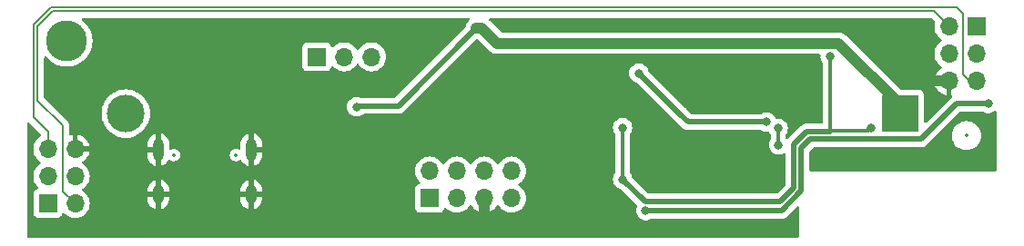
<source format=gbr>
G04 #@! TF.GenerationSoftware,KiCad,Pcbnew,7.0.2-6a45011f42~172~ubuntu22.04.1*
G04 #@! TF.CreationDate,2023-07-06T23:31:07+02:00*
G04 #@! TF.ProjectId,VR-Stick,56522d53-7469-4636-9b2e-6b696361645f,rev?*
G04 #@! TF.SameCoordinates,Original*
G04 #@! TF.FileFunction,Copper,L2,Bot*
G04 #@! TF.FilePolarity,Positive*
%FSLAX46Y46*%
G04 Gerber Fmt 4.6, Leading zero omitted, Abs format (unit mm)*
G04 Created by KiCad (PCBNEW 7.0.2-6a45011f42~172~ubuntu22.04.1) date 2023-07-06 23:31:07*
%MOMM*%
%LPD*%
G01*
G04 APERTURE LIST*
G04 #@! TA.AperFunction,ComponentPad*
%ADD10R,1.700000X1.700000*%
G04 #@! TD*
G04 #@! TA.AperFunction,ComponentPad*
%ADD11O,1.700000X1.700000*%
G04 #@! TD*
G04 #@! TA.AperFunction,ComponentPad*
%ADD12O,1.000000X2.100000*%
G04 #@! TD*
G04 #@! TA.AperFunction,ComponentPad*
%ADD13O,1.000000X1.800000*%
G04 #@! TD*
G04 #@! TA.AperFunction,ComponentPad*
%ADD14C,2.600000*%
G04 #@! TD*
G04 #@! TA.AperFunction,ConnectorPad*
%ADD15C,3.800000*%
G04 #@! TD*
G04 #@! TA.AperFunction,ComponentPad*
%ADD16R,3.500000X3.500000*%
G04 #@! TD*
G04 #@! TA.AperFunction,ComponentPad*
%ADD17C,3.500000*%
G04 #@! TD*
G04 #@! TA.AperFunction,ViaPad*
%ADD18C,0.800000*%
G04 #@! TD*
G04 #@! TA.AperFunction,Conductor*
%ADD19C,1.000000*%
G04 #@! TD*
G04 #@! TA.AperFunction,Conductor*
%ADD20C,0.500000*%
G04 #@! TD*
G04 #@! TA.AperFunction,Conductor*
%ADD21C,0.320000*%
G04 #@! TD*
G04 #@! TA.AperFunction,Conductor*
%ADD22C,0.200000*%
G04 #@! TD*
%ADD23C,0.350000*%
%ADD24O,0.600000X1.700000*%
%ADD25O,0.600000X1.400000*%
G04 APERTURE END LIST*
D10*
G04 #@! TO.P,SW2,1*
G04 #@! TO.N,/B+*
X45974000Y-23114000D03*
D11*
G04 #@! TO.P,SW2,2*
G04 #@! TO.N,Net-(C9-Pad2)*
X48514000Y-23114000D03*
G04 #@! TO.P,SW2,3*
G04 #@! TO.N,N/C*
X51054000Y-23114000D03*
G04 #@! TD*
D10*
G04 #@! TO.P,J2,1,Pin_1*
G04 #@! TO.N,/RX*
X56464200Y-36310400D03*
D11*
G04 #@! TO.P,J2,2,Pin_2*
G04 #@! TO.N,unconnected-(J2-Pin_2-Pad2)*
X56464200Y-33770400D03*
G04 #@! TO.P,J2,3,Pin_3*
G04 #@! TO.N,unconnected-(J2-Pin_3-Pad3)*
X59004200Y-36310400D03*
G04 #@! TO.P,J2,4,Pin_4*
G04 #@! TO.N,unconnected-(J2-Pin_4-Pad4)*
X59004200Y-33770400D03*
G04 #@! TO.P,J2,5,Pin_5*
G04 #@! TO.N,GND*
X61544200Y-36310400D03*
G04 #@! TO.P,J2,6,Pin_6*
G04 #@! TO.N,unconnected-(J2-Pin_6-Pad6)*
X61544200Y-33770400D03*
G04 #@! TO.P,J2,7,Pin_7*
G04 #@! TO.N,unconnected-(J2-Pin_7-Pad7)*
X64084200Y-36310400D03*
G04 #@! TO.P,J2,8,Pin_8*
G04 #@! TO.N,/TX*
X64084200Y-33770400D03*
G04 #@! TD*
D12*
G04 #@! TO.P,J6,S1,SHIELD*
G04 #@! TO.N,GND*
X31240000Y-31783000D03*
D13*
X31240000Y-35963000D03*
D12*
X39880000Y-31783000D03*
D13*
X39880000Y-35963000D03*
G04 #@! TD*
D14*
G04 #@! TO.P,REF\u002A\u002A,1*
G04 #@! TO.N,N/C*
X22707600Y-21629200D03*
D15*
X22707600Y-21629200D03*
G04 #@! TD*
D16*
G04 #@! TO.P,J4,1,Pin_1*
G04 #@! TO.N,/B+*
X100203000Y-28411000D03*
D17*
G04 #@! TO.P,J4,2,Pin_2*
G04 #@! TO.N,-BATT*
X28203000Y-28411000D03*
G04 #@! TD*
D10*
G04 #@! TO.P,J1,1,Pin_1*
G04 #@! TO.N,VBUS*
X107315000Y-20283000D03*
D11*
G04 #@! TO.P,J1,2,Pin_2*
G04 #@! TO.N,/SD0*
X104775000Y-20283000D03*
G04 #@! TO.P,J1,3,Pin_3*
G04 #@! TO.N,unconnected-(J1-Pin_3-Pad3)*
X107315000Y-22823000D03*
G04 #@! TO.P,J1,4,Pin_4*
G04 #@! TO.N,unconnected-(J1-Pin_4-Pad4)*
X104775000Y-22823000D03*
G04 #@! TO.P,J1,5,Pin_5*
G04 #@! TO.N,/SC0*
X107315000Y-25363000D03*
G04 #@! TO.P,J1,6,Pin_6*
G04 #@! TO.N,GND*
X104775000Y-25363000D03*
G04 #@! TD*
D10*
G04 #@! TO.P,J3,1,Pin_1*
G04 #@! TO.N,VBUS*
X20955000Y-36793000D03*
D11*
G04 #@! TO.P,J3,2,Pin_2*
G04 #@! TO.N,/SD0*
X23495000Y-36793000D03*
G04 #@! TO.P,J3,3,Pin_3*
G04 #@! TO.N,unconnected-(J3-Pin_3-Pad3)*
X20955000Y-34253000D03*
G04 #@! TO.P,J3,4,Pin_4*
G04 #@! TO.N,unconnected-(J3-Pin_4-Pad4)*
X23495000Y-34253000D03*
G04 #@! TO.P,J3,5,Pin_5*
G04 #@! TO.N,/SC0*
X20955000Y-31713000D03*
G04 #@! TO.P,J3,6,Pin_6*
G04 #@! TO.N,GND*
X23495000Y-31713000D03*
G04 #@! TD*
D18*
G04 #@! TO.N,GND*
X92710000Y-32766000D03*
X85598000Y-39116000D03*
X42945657Y-27959657D03*
X96520000Y-32258000D03*
X102285800Y-22797600D03*
X78994000Y-23622000D03*
X90869500Y-24321500D03*
X60344250Y-28448000D03*
G04 #@! TO.N,+3V3*
X74422000Y-29718000D03*
X74422000Y-34544000D03*
X93731122Y-23108878D03*
X97536000Y-29718000D03*
G04 #@! TO.N,/RST*
X88900000Y-29796800D03*
X88925400Y-31327500D03*
G04 #@! TO.N,VBUS*
X108432600Y-27471200D03*
X76573800Y-37464700D03*
G04 #@! TO.N,/B+*
X49691312Y-27778688D03*
X60814500Y-20428500D03*
G04 #@! TO.N,/CTRL*
X75930000Y-24638000D03*
X87799429Y-29198400D03*
G04 #@! TD*
D19*
G04 #@! TO.N,GND*
X104775000Y-25363000D02*
X103341000Y-25363000D01*
X61544200Y-38277800D02*
X61468000Y-38354000D01*
X61544200Y-36310400D02*
X61544200Y-38277800D01*
X103341000Y-25363000D02*
X103124000Y-25146000D01*
D20*
G04 #@! TO.N,+3V3*
X91556451Y-30098600D02*
X90347800Y-31307250D01*
D21*
X93726000Y-23114000D02*
X93731122Y-23108878D01*
X97536000Y-29718000D02*
X97282000Y-29972000D01*
D20*
X90347800Y-31307250D02*
X90347800Y-35345200D01*
X89077800Y-36615200D02*
X76493200Y-36615200D01*
D21*
X93726000Y-30098600D02*
X93726000Y-23114000D01*
X74422000Y-29718000D02*
X74422000Y-34544000D01*
D20*
X74422000Y-34544000D02*
X76493200Y-36615200D01*
D21*
X97282000Y-29972000D02*
X93852600Y-29972000D01*
D20*
X90347800Y-35345200D02*
X89077800Y-36615200D01*
D21*
X93852600Y-29972000D02*
X93726000Y-30098600D01*
D20*
X93726000Y-30098600D02*
X91556451Y-30098600D01*
D21*
G04 #@! TO.N,/RST*
X88900000Y-31302100D02*
X88925400Y-31327500D01*
X88900000Y-29796800D02*
X88900000Y-31302100D01*
D20*
G04 #@! TO.N,VBUS*
X91047800Y-31597200D02*
X91047800Y-35635150D01*
X91846400Y-30798600D02*
X91047800Y-31597200D01*
X91047800Y-35635150D02*
X89218250Y-37464700D01*
X108432600Y-27471200D02*
X105511600Y-27471200D01*
X102184200Y-30798600D02*
X91846400Y-30798600D01*
X105511600Y-27471200D02*
X102184200Y-30798600D01*
X89218250Y-37464700D02*
X76573800Y-37464700D01*
D22*
G04 #@! TO.N,/SD0*
X103370000Y-18878000D02*
X21427086Y-18878000D01*
X20008800Y-27191800D02*
X22345000Y-29528000D01*
X22345000Y-35643000D02*
X23495000Y-36793000D01*
X104775000Y-20283000D02*
X103370000Y-18878000D01*
X22345000Y-29528000D02*
X22345000Y-35643000D01*
X21427086Y-18878000D02*
X20008800Y-20296286D01*
X20008800Y-20296286D02*
X20008800Y-27191800D01*
G04 #@! TO.N,/SC0*
X21261400Y-18478000D02*
X105460000Y-18478000D01*
X105460000Y-18478000D02*
X106045000Y-19063000D01*
X19608800Y-28752800D02*
X19608800Y-20130600D01*
X20955000Y-30099000D02*
X19608800Y-28752800D01*
X106680000Y-25363000D02*
X107315000Y-25363000D01*
X20955000Y-31713000D02*
X20955000Y-30099000D01*
X106045000Y-19063000D02*
X106045000Y-24728000D01*
X106045000Y-24728000D02*
X106680000Y-25363000D01*
X19608800Y-20130600D02*
X21261400Y-18478000D01*
D19*
G04 #@! TO.N,/B+*
X100203000Y-27559000D02*
X100203000Y-28411000D01*
X94488000Y-21844000D02*
X100203000Y-27559000D01*
D20*
X49691312Y-27778688D02*
X49784000Y-27686000D01*
X53557000Y-27686000D02*
X60814500Y-20428500D01*
D19*
X61322500Y-20428500D02*
X62738000Y-21844000D01*
X62738000Y-21844000D02*
X94488000Y-21844000D01*
D20*
X49784000Y-27686000D02*
X53557000Y-27686000D01*
D19*
X60814500Y-20428500D02*
X61322500Y-20428500D01*
D20*
G04 #@! TO.N,/CTRL*
X79740000Y-28448000D02*
X75930000Y-24638000D01*
X87799429Y-29198400D02*
X80506400Y-29198400D01*
X80506400Y-29198400D02*
X79756000Y-28448000D01*
X79756000Y-28448000D02*
X79740000Y-28448000D01*
G04 #@! TD*
G04 #@! TA.AperFunction,Conductor*
G04 #@! TO.N,GND*
G36*
X60117359Y-19498185D02*
G01*
X60163114Y-19550989D01*
X60173058Y-19620147D01*
X60144033Y-19683703D01*
X60131096Y-19696580D01*
X60092132Y-19730031D01*
X60085604Y-19735635D01*
X59961051Y-19896542D01*
X59871440Y-20079227D01*
X59820437Y-20276216D01*
X59818314Y-20318077D01*
X59795259Y-20384034D01*
X59782154Y-20399477D01*
X53282451Y-26899181D01*
X53221128Y-26932666D01*
X53194770Y-26935500D01*
X50037802Y-26935500D01*
X49987365Y-26924779D01*
X49977606Y-26920434D01*
X49971111Y-26917542D01*
X49785960Y-26878188D01*
X49785958Y-26878188D01*
X49596666Y-26878188D01*
X49596664Y-26878188D01*
X49411509Y-26917543D01*
X49238581Y-26994536D01*
X49085441Y-27105798D01*
X48958778Y-27246471D01*
X48864132Y-27410403D01*
X48805638Y-27590430D01*
X48785852Y-27778688D01*
X48805638Y-27966945D01*
X48864132Y-28146972D01*
X48958778Y-28310904D01*
X49085441Y-28451577D01*
X49238581Y-28562839D01*
X49411509Y-28639832D01*
X49596664Y-28679188D01*
X49596666Y-28679188D01*
X49785960Y-28679188D01*
X49909395Y-28652950D01*
X49971115Y-28639832D01*
X50144042Y-28562839D01*
X50285338Y-28460181D01*
X50351144Y-28436702D01*
X50358223Y-28436500D01*
X53493294Y-28436500D01*
X53511264Y-28437809D01*
X53515320Y-28438402D01*
X53535023Y-28441289D01*
X53584368Y-28436972D01*
X53595176Y-28436500D01*
X53597100Y-28436500D01*
X53600709Y-28436500D01*
X53631550Y-28432894D01*
X53635031Y-28432539D01*
X53709797Y-28425999D01*
X53709797Y-28425998D01*
X53711052Y-28425889D01*
X53730062Y-28421674D01*
X53731250Y-28421241D01*
X53731255Y-28421241D01*
X53801820Y-28395557D01*
X53805095Y-28394419D01*
X53876334Y-28370814D01*
X53876336Y-28370812D01*
X53877536Y-28370415D01*
X53895063Y-28361929D01*
X53896112Y-28361238D01*
X53896117Y-28361237D01*
X53958806Y-28320005D01*
X53961798Y-28318099D01*
X54025656Y-28278712D01*
X54025656Y-28278711D01*
X54026729Y-28278050D01*
X54041824Y-28265753D01*
X54042692Y-28264832D01*
X54042696Y-28264830D01*
X54094184Y-28210254D01*
X54096630Y-28207736D01*
X60804044Y-21500323D01*
X60865365Y-21466840D01*
X60935057Y-21471824D01*
X60979404Y-21500325D01*
X62020450Y-22541371D01*
X62022643Y-22543620D01*
X62082940Y-22607052D01*
X62131352Y-22640748D01*
X62138876Y-22646421D01*
X62184594Y-22683699D01*
X62211555Y-22697782D01*
X62224980Y-22705915D01*
X62249951Y-22723295D01*
X62304163Y-22746559D01*
X62312673Y-22750601D01*
X62364951Y-22777909D01*
X62394200Y-22786277D01*
X62408970Y-22791535D01*
X62436942Y-22803540D01*
X62436945Y-22803540D01*
X62436946Y-22803541D01*
X62494726Y-22815414D01*
X62503869Y-22817657D01*
X62560582Y-22833886D01*
X62590920Y-22836196D01*
X62606448Y-22838373D01*
X62636259Y-22844500D01*
X62695244Y-22844500D01*
X62704659Y-22844858D01*
X62708806Y-22845173D01*
X62763476Y-22849337D01*
X62790278Y-22845923D01*
X62793652Y-22845494D01*
X62809317Y-22844500D01*
X92715733Y-22844500D01*
X92782772Y-22864185D01*
X92828527Y-22916989D01*
X92839053Y-22981459D01*
X92829374Y-23073556D01*
X92825662Y-23108877D01*
X92845448Y-23297135D01*
X92903942Y-23477162D01*
X92930593Y-23523322D01*
X92998589Y-23641094D01*
X93033649Y-23680031D01*
X93063879Y-23743022D01*
X93065500Y-23763004D01*
X93065500Y-29224100D01*
X93045815Y-29291139D01*
X92993011Y-29336894D01*
X92941500Y-29348100D01*
X91620157Y-29348100D01*
X91602187Y-29346791D01*
X91588304Y-29344757D01*
X91578428Y-29343311D01*
X91578427Y-29343311D01*
X91529082Y-29347628D01*
X91518275Y-29348100D01*
X91512742Y-29348100D01*
X91509181Y-29348516D01*
X91509166Y-29348517D01*
X91481952Y-29351698D01*
X91478367Y-29352064D01*
X91402412Y-29358709D01*
X91383372Y-29362930D01*
X91311683Y-29389021D01*
X91308282Y-29390203D01*
X91235925Y-29414180D01*
X91218378Y-29422675D01*
X91154672Y-29464575D01*
X91151632Y-29466512D01*
X91086731Y-29506544D01*
X91071616Y-29518856D01*
X91019283Y-29574325D01*
X91016771Y-29576911D01*
X89862162Y-30731519D01*
X89848532Y-30743299D01*
X89829270Y-30757640D01*
X89824830Y-30762932D01*
X89821960Y-30766352D01*
X89763787Y-30805053D01*
X89693927Y-30806160D01*
X89634822Y-30769616D01*
X89592350Y-30722446D01*
X89562120Y-30659455D01*
X89560500Y-30639474D01*
X89560500Y-30456616D01*
X89580185Y-30389577D01*
X89592350Y-30373643D01*
X89593164Y-30372739D01*
X89632533Y-30329016D01*
X89642695Y-30311416D01*
X89727179Y-30165084D01*
X89748651Y-30099000D01*
X89785674Y-29985056D01*
X89805460Y-29796800D01*
X89785674Y-29608544D01*
X89739219Y-29465571D01*
X89727179Y-29428515D01*
X89632533Y-29264583D01*
X89505870Y-29123910D01*
X89352730Y-29012648D01*
X89179802Y-28935655D01*
X88994648Y-28896300D01*
X88994646Y-28896300D01*
X88805354Y-28896300D01*
X88767479Y-28904350D01*
X88697812Y-28899032D01*
X88642079Y-28856895D01*
X88633870Y-28840972D01*
X88633125Y-28841403D01*
X88531962Y-28666183D01*
X88405299Y-28525510D01*
X88252159Y-28414248D01*
X88079231Y-28337255D01*
X87894077Y-28297900D01*
X87894075Y-28297900D01*
X87704783Y-28297900D01*
X87704781Y-28297900D01*
X87519626Y-28337255D01*
X87346700Y-28414247D01*
X87332979Y-28424217D01*
X87267173Y-28447698D01*
X87260092Y-28447900D01*
X80868629Y-28447900D01*
X80801590Y-28428215D01*
X80780948Y-28411581D01*
X80567426Y-28198059D01*
X80331728Y-27962360D01*
X80319946Y-27948727D01*
X80305609Y-27929469D01*
X80267666Y-27897631D01*
X80259691Y-27890323D01*
X80258329Y-27888961D01*
X80255777Y-27886409D01*
X80252947Y-27884171D01*
X80231442Y-27867167D01*
X80228647Y-27864890D01*
X80188569Y-27831261D01*
X80171214Y-27816698D01*
X80171212Y-27816697D01*
X80168222Y-27814188D01*
X80160246Y-27806879D01*
X76842771Y-24489403D01*
X76812521Y-24440040D01*
X76757179Y-24269715D01*
X76662533Y-24105783D01*
X76535870Y-23965110D01*
X76382730Y-23853848D01*
X76209802Y-23776855D01*
X76024648Y-23737500D01*
X76024646Y-23737500D01*
X75835354Y-23737500D01*
X75835352Y-23737500D01*
X75650197Y-23776855D01*
X75477269Y-23853848D01*
X75324129Y-23965110D01*
X75197466Y-24105783D01*
X75102820Y-24269715D01*
X75044326Y-24449742D01*
X75024540Y-24637999D01*
X75044326Y-24826257D01*
X75102820Y-25006284D01*
X75197466Y-25170216D01*
X75324129Y-25310889D01*
X75477269Y-25422151D01*
X75650193Y-25499143D01*
X75650196Y-25499143D01*
X75650197Y-25499144D01*
X75715329Y-25512987D01*
X75776808Y-25546178D01*
X75777228Y-25546596D01*
X79164267Y-28933634D01*
X79176048Y-28947266D01*
X79190389Y-28966529D01*
X79228339Y-28998373D01*
X79236314Y-29005681D01*
X79240224Y-29009591D01*
X79244091Y-29012649D01*
X79264541Y-29028818D01*
X79267304Y-29031069D01*
X79324786Y-29079302D01*
X79327774Y-29081809D01*
X79335749Y-29089117D01*
X79930669Y-29684037D01*
X79942451Y-29697670D01*
X79956790Y-29716931D01*
X79994738Y-29748773D01*
X80002713Y-29756081D01*
X80006623Y-29759991D01*
X80030956Y-29779230D01*
X80033735Y-29781495D01*
X80092152Y-29830513D01*
X80108579Y-29840978D01*
X80177720Y-29873219D01*
X80180967Y-29874791D01*
X80249099Y-29909009D01*
X80267487Y-29915400D01*
X80268723Y-29915655D01*
X80268727Y-29915657D01*
X80342295Y-29930847D01*
X80345642Y-29931589D01*
X80418679Y-29948900D01*
X80418681Y-29948900D01*
X80419909Y-29949191D01*
X80439278Y-29951170D01*
X80440540Y-29951133D01*
X80440544Y-29951134D01*
X80512933Y-29949027D01*
X80515531Y-29948952D01*
X80519137Y-29948900D01*
X87260092Y-29948900D01*
X87327131Y-29968585D01*
X87332979Y-29972583D01*
X87346700Y-29982552D01*
X87519626Y-30059544D01*
X87704781Y-30098900D01*
X87704783Y-30098900D01*
X87894072Y-30098900D01*
X87894075Y-30098900D01*
X87931949Y-30090849D01*
X88001611Y-30096164D01*
X88057346Y-30138299D01*
X88065558Y-30154227D01*
X88066304Y-30153797D01*
X88167464Y-30329013D01*
X88167467Y-30329016D01*
X88197091Y-30361917D01*
X88207650Y-30373643D01*
X88237880Y-30436635D01*
X88239500Y-30456616D01*
X88239500Y-30695893D01*
X88219815Y-30762932D01*
X88207652Y-30778863D01*
X88192866Y-30795284D01*
X88098220Y-30959215D01*
X88039726Y-31139242D01*
X88019940Y-31327500D01*
X88039726Y-31515757D01*
X88098220Y-31695784D01*
X88192866Y-31859716D01*
X88319529Y-32000389D01*
X88472669Y-32111651D01*
X88645597Y-32188644D01*
X88830752Y-32228000D01*
X88830754Y-32228000D01*
X89020048Y-32228000D01*
X89143483Y-32201762D01*
X89205203Y-32188644D01*
X89378130Y-32111651D01*
X89378129Y-32111651D01*
X89400415Y-32095461D01*
X89466221Y-32071981D01*
X89534275Y-32087806D01*
X89582970Y-32137912D01*
X89597300Y-32195779D01*
X89597300Y-34982969D01*
X89577615Y-35050008D01*
X89560981Y-35070650D01*
X88803251Y-35828381D01*
X88741928Y-35861866D01*
X88715570Y-35864700D01*
X76855430Y-35864700D01*
X76788391Y-35845015D01*
X76767749Y-35828381D01*
X75334771Y-34395403D01*
X75304521Y-34346040D01*
X75249179Y-34175715D01*
X75154533Y-34011783D01*
X75114350Y-33967155D01*
X75084120Y-33904163D01*
X75082500Y-33884183D01*
X75082500Y-30377816D01*
X75102185Y-30310777D01*
X75114350Y-30294843D01*
X75154533Y-30250216D01*
X75164478Y-30232992D01*
X75249179Y-30086284D01*
X75274475Y-30008431D01*
X75307674Y-29906256D01*
X75327460Y-29718000D01*
X75307674Y-29529744D01*
X75249179Y-29349716D01*
X75249179Y-29349715D01*
X75154533Y-29185783D01*
X75027870Y-29045110D01*
X74874730Y-28933848D01*
X74701802Y-28856855D01*
X74516648Y-28817500D01*
X74516646Y-28817500D01*
X74327354Y-28817500D01*
X74327352Y-28817500D01*
X74142197Y-28856855D01*
X73969269Y-28933848D01*
X73816129Y-29045110D01*
X73689466Y-29185783D01*
X73594820Y-29349715D01*
X73536326Y-29529742D01*
X73519438Y-29690427D01*
X73516540Y-29718000D01*
X73524167Y-29790570D01*
X73536326Y-29906257D01*
X73594820Y-30086284D01*
X73689464Y-30250213D01*
X73729650Y-30294843D01*
X73759880Y-30357835D01*
X73761500Y-30377816D01*
X73761500Y-33884183D01*
X73741815Y-33951222D01*
X73729650Y-33967155D01*
X73689466Y-34011783D01*
X73594820Y-34175715D01*
X73536326Y-34355742D01*
X73516540Y-34543999D01*
X73536326Y-34732257D01*
X73594820Y-34912284D01*
X73689466Y-35076216D01*
X73816129Y-35216889D01*
X73969269Y-35328151D01*
X74142193Y-35405143D01*
X74142196Y-35405143D01*
X74142197Y-35405144D01*
X74207329Y-35418987D01*
X74268808Y-35452178D01*
X74269228Y-35452596D01*
X75021125Y-36204493D01*
X75740257Y-36923624D01*
X75773742Y-36984947D01*
X75768758Y-37054639D01*
X75759964Y-37073303D01*
X75746621Y-37096414D01*
X75688126Y-37276442D01*
X75668340Y-37464700D01*
X75688126Y-37652957D01*
X75746620Y-37832984D01*
X75841266Y-37996916D01*
X75967929Y-38137589D01*
X76121069Y-38248851D01*
X76293997Y-38325844D01*
X76479152Y-38365200D01*
X76479154Y-38365200D01*
X76668448Y-38365200D01*
X76791883Y-38338962D01*
X76853603Y-38325844D01*
X77026530Y-38248851D01*
X77040249Y-38238883D01*
X77106056Y-38215402D01*
X77113137Y-38215200D01*
X89154544Y-38215200D01*
X89172514Y-38216509D01*
X89176570Y-38217102D01*
X89196273Y-38219989D01*
X89245618Y-38215672D01*
X89256426Y-38215200D01*
X89258350Y-38215200D01*
X89261959Y-38215200D01*
X89292800Y-38211594D01*
X89296281Y-38211239D01*
X89371047Y-38204699D01*
X89371047Y-38204698D01*
X89372302Y-38204589D01*
X89391312Y-38200374D01*
X89392500Y-38199941D01*
X89392505Y-38199941D01*
X89463070Y-38174257D01*
X89466345Y-38173119D01*
X89537584Y-38149514D01*
X89537586Y-38149512D01*
X89538786Y-38149115D01*
X89556313Y-38140629D01*
X89557362Y-38139938D01*
X89557367Y-38139937D01*
X89620056Y-38098705D01*
X89623048Y-38096799D01*
X89686906Y-38057412D01*
X89686906Y-38057411D01*
X89687979Y-38056750D01*
X89703074Y-38044453D01*
X89703942Y-38043532D01*
X89703946Y-38043530D01*
X89755435Y-37988953D01*
X89757881Y-37986435D01*
X90650504Y-37093811D01*
X90711822Y-37060330D01*
X90781513Y-37065314D01*
X90837447Y-37107185D01*
X90861864Y-37172650D01*
X90862154Y-37184041D01*
X90807493Y-39846545D01*
X90786436Y-39913166D01*
X90732704Y-39957828D01*
X90683519Y-39968000D01*
X19148755Y-39968000D01*
X19081716Y-39948315D01*
X19035961Y-39895511D01*
X19024755Y-39843845D01*
X19037897Y-29330334D01*
X19057664Y-29263323D01*
X19110526Y-29217634D01*
X19179696Y-29207777D01*
X19243216Y-29236882D01*
X19249577Y-29242812D01*
X20318181Y-30311416D01*
X20351666Y-30372739D01*
X20354500Y-30399097D01*
X20354500Y-30423909D01*
X20334815Y-30490948D01*
X20282907Y-30536290D01*
X20277171Y-30538964D01*
X20083598Y-30674505D01*
X19916505Y-30841598D01*
X19780965Y-31035170D01*
X19681097Y-31249336D01*
X19619936Y-31477592D01*
X19599340Y-31712999D01*
X19619936Y-31948407D01*
X19633865Y-32000389D01*
X19681097Y-32176663D01*
X19780965Y-32390830D01*
X19916505Y-32584401D01*
X20083599Y-32751495D01*
X20269160Y-32881426D01*
X20312783Y-32936002D01*
X20319976Y-33005501D01*
X20288454Y-33067855D01*
X20269159Y-33084575D01*
X20083595Y-33214508D01*
X19916505Y-33381598D01*
X19780965Y-33575170D01*
X19681097Y-33789336D01*
X19619936Y-34017592D01*
X19599340Y-34253000D01*
X19619936Y-34488407D01*
X19648432Y-34594754D01*
X19681097Y-34716663D01*
X19780965Y-34930830D01*
X19916505Y-35124401D01*
X19916508Y-35124404D01*
X20038430Y-35246326D01*
X20071915Y-35307649D01*
X20066931Y-35377341D01*
X20025059Y-35433274D01*
X19994083Y-35450189D01*
X19862669Y-35499204D01*
X19747454Y-35585454D01*
X19661204Y-35700668D01*
X19610909Y-35835516D01*
X19605541Y-35885448D01*
X19604500Y-35895127D01*
X19604500Y-35898448D01*
X19604500Y-35898449D01*
X19604500Y-37687560D01*
X19604500Y-37687578D01*
X19604501Y-37690872D01*
X19604853Y-37694152D01*
X19604854Y-37694159D01*
X19610909Y-37750484D01*
X19636056Y-37817907D01*
X19661204Y-37885331D01*
X19747454Y-38000546D01*
X19862669Y-38086796D01*
X19997517Y-38137091D01*
X20057127Y-38143500D01*
X21852872Y-38143499D01*
X21912483Y-38137091D01*
X22047331Y-38086796D01*
X22162546Y-38000546D01*
X22248796Y-37885331D01*
X22297810Y-37753916D01*
X22339681Y-37697983D01*
X22405146Y-37673566D01*
X22473419Y-37688418D01*
X22501673Y-37709569D01*
X22623599Y-37831495D01*
X22817170Y-37967035D01*
X23031337Y-38066903D01*
X23259591Y-38128062D01*
X23259592Y-38128063D01*
X23494999Y-38148659D01*
X23494999Y-38148658D01*
X23495000Y-38148659D01*
X23730408Y-38128063D01*
X23958663Y-38066903D01*
X24172830Y-37967035D01*
X24366401Y-37831495D01*
X24533495Y-37664401D01*
X24669035Y-37470830D01*
X24768903Y-37256663D01*
X24830063Y-37028408D01*
X24850659Y-36793000D01*
X24830063Y-36557592D01*
X24790669Y-36410570D01*
X30240000Y-36410570D01*
X30240317Y-36416835D01*
X30255419Y-36565339D01*
X30316303Y-36759389D01*
X30415003Y-36937214D01*
X30547479Y-37091531D01*
X30708307Y-37216021D01*
X30890902Y-37305587D01*
X30990000Y-37331244D01*
X30990000Y-36529110D01*
X31014457Y-36568610D01*
X31103962Y-36636201D01*
X31211840Y-36666895D01*
X31323521Y-36656546D01*
X31423922Y-36606552D01*
X31489999Y-36534069D01*
X31490000Y-37336366D01*
X31491947Y-37336068D01*
X31682663Y-37265436D01*
X31855263Y-37157854D01*
X32002669Y-37017733D01*
X32118855Y-36850805D01*
X32199059Y-36663907D01*
X32240000Y-36464688D01*
X32240000Y-36410570D01*
X38880000Y-36410570D01*
X38880317Y-36416835D01*
X38895419Y-36565339D01*
X38956303Y-36759389D01*
X39055003Y-36937214D01*
X39187479Y-37091531D01*
X39348307Y-37216021D01*
X39530902Y-37305587D01*
X39630000Y-37331244D01*
X39630000Y-36529110D01*
X39654457Y-36568610D01*
X39743962Y-36636201D01*
X39851840Y-36666895D01*
X39963521Y-36656546D01*
X40063922Y-36606552D01*
X40130000Y-36534069D01*
X40130000Y-37336366D01*
X40131947Y-37336068D01*
X40322663Y-37265436D01*
X40495263Y-37157854D01*
X40642669Y-37017733D01*
X40758855Y-36850805D01*
X40839059Y-36663907D01*
X40880000Y-36464688D01*
X40880000Y-36213000D01*
X40180000Y-36213000D01*
X40180000Y-35713000D01*
X40880000Y-35713000D01*
X40880000Y-35515429D01*
X40879682Y-35509164D01*
X40864580Y-35360660D01*
X40803696Y-35166610D01*
X40704996Y-34988785D01*
X40572520Y-34834468D01*
X40411692Y-34709978D01*
X40229094Y-34620410D01*
X40130000Y-34594753D01*
X40130000Y-35396889D01*
X40105543Y-35357390D01*
X40016038Y-35289799D01*
X39908160Y-35259105D01*
X39796479Y-35269454D01*
X39696078Y-35319448D01*
X39630000Y-35391930D01*
X39630000Y-34589633D01*
X39628051Y-34589932D01*
X39437336Y-34660564D01*
X39264736Y-34768145D01*
X39117330Y-34908266D01*
X39001144Y-35075194D01*
X38920940Y-35262092D01*
X38880000Y-35461311D01*
X38880000Y-35713000D01*
X39580000Y-35713000D01*
X39580000Y-36213000D01*
X38880000Y-36213000D01*
X38880000Y-36410570D01*
X32240000Y-36410570D01*
X32240000Y-36213000D01*
X31540000Y-36213000D01*
X31540000Y-35713000D01*
X32240000Y-35713000D01*
X32240000Y-35515429D01*
X32239682Y-35509164D01*
X32224580Y-35360660D01*
X32163696Y-35166610D01*
X32064996Y-34988785D01*
X31932520Y-34834468D01*
X31771692Y-34709978D01*
X31589099Y-34620413D01*
X31489999Y-34594754D01*
X31489999Y-35396887D01*
X31465543Y-35357390D01*
X31376038Y-35289799D01*
X31268160Y-35259105D01*
X31156479Y-35269454D01*
X31056078Y-35319448D01*
X30990000Y-35391930D01*
X30990000Y-34589633D01*
X30988051Y-34589932D01*
X30797336Y-34660564D01*
X30624736Y-34768145D01*
X30477330Y-34908266D01*
X30361144Y-35075194D01*
X30280940Y-35262092D01*
X30240000Y-35461311D01*
X30240000Y-35713000D01*
X30940000Y-35713000D01*
X30940000Y-36213000D01*
X30240000Y-36213000D01*
X30240000Y-36410570D01*
X24790669Y-36410570D01*
X24768903Y-36329337D01*
X24669035Y-36115171D01*
X24533495Y-35921599D01*
X24366401Y-35754505D01*
X24180839Y-35624573D01*
X24137216Y-35569998D01*
X24130022Y-35500500D01*
X24161545Y-35438145D01*
X24180837Y-35421428D01*
X24366401Y-35291495D01*
X24533495Y-35124401D01*
X24669035Y-34930830D01*
X24768903Y-34716663D01*
X24830063Y-34488408D01*
X24850659Y-34253000D01*
X24830063Y-34017592D01*
X24768903Y-33789337D01*
X24760072Y-33770400D01*
X55108540Y-33770400D01*
X55129136Y-34005807D01*
X55130738Y-34011784D01*
X55190297Y-34234063D01*
X55290165Y-34448230D01*
X55425705Y-34641801D01*
X55425708Y-34641804D01*
X55547630Y-34763726D01*
X55581115Y-34825049D01*
X55576131Y-34894741D01*
X55534259Y-34950674D01*
X55503283Y-34967589D01*
X55371869Y-35016604D01*
X55256654Y-35102854D01*
X55170404Y-35218068D01*
X55120109Y-35352916D01*
X55119277Y-35360660D01*
X55113700Y-35412527D01*
X55113700Y-35415848D01*
X55113700Y-35415849D01*
X55113700Y-37204960D01*
X55113700Y-37204978D01*
X55113701Y-37208272D01*
X55114053Y-37211552D01*
X55114054Y-37211559D01*
X55120109Y-37267884D01*
X55123301Y-37276442D01*
X55170404Y-37402731D01*
X55256654Y-37517946D01*
X55371869Y-37604196D01*
X55506717Y-37654491D01*
X55566327Y-37660900D01*
X57362072Y-37660899D01*
X57421683Y-37654491D01*
X57556531Y-37604196D01*
X57671746Y-37517946D01*
X57757996Y-37402731D01*
X57807010Y-37271316D01*
X57848881Y-37215383D01*
X57914346Y-37190966D01*
X57982619Y-37205818D01*
X58010873Y-37226969D01*
X58132799Y-37348895D01*
X58326370Y-37484435D01*
X58540537Y-37584303D01*
X58768792Y-37645463D01*
X59004200Y-37666059D01*
X59239608Y-37645463D01*
X59467863Y-37584303D01*
X59682030Y-37484435D01*
X59875601Y-37348895D01*
X60042695Y-37181801D01*
X60172932Y-36995803D01*
X60227507Y-36952180D01*
X60297005Y-36944986D01*
X60359360Y-36976509D01*
X60376080Y-36995804D01*
X60506093Y-37181481D01*
X60673118Y-37348506D01*
X60866623Y-37484000D01*
X61080709Y-37583830D01*
X61294200Y-37641034D01*
X61294199Y-36745901D01*
X61401885Y-36795080D01*
X61508437Y-36810400D01*
X61579963Y-36810400D01*
X61686515Y-36795080D01*
X61794200Y-36745901D01*
X61794200Y-37641033D01*
X62007690Y-37583830D01*
X62221776Y-37484000D01*
X62415281Y-37348506D01*
X62582309Y-37181478D01*
X62712319Y-36995805D01*
X62766896Y-36952180D01*
X62836394Y-36944986D01*
X62898749Y-36976509D01*
X62915465Y-36995800D01*
X63045705Y-37181801D01*
X63212799Y-37348895D01*
X63406370Y-37484435D01*
X63620537Y-37584303D01*
X63832259Y-37641033D01*
X63848792Y-37645463D01*
X64084199Y-37666059D01*
X64084199Y-37666058D01*
X64084200Y-37666059D01*
X64319608Y-37645463D01*
X64547863Y-37584303D01*
X64762030Y-37484435D01*
X64955601Y-37348895D01*
X65122695Y-37181801D01*
X65258235Y-36988230D01*
X65358103Y-36774063D01*
X65419263Y-36545808D01*
X65439859Y-36310400D01*
X65419263Y-36074992D01*
X65358103Y-35846737D01*
X65258235Y-35632571D01*
X65122695Y-35438999D01*
X64955601Y-35271905D01*
X64770039Y-35141973D01*
X64726415Y-35087397D01*
X64719223Y-35017898D01*
X64750745Y-34955544D01*
X64770031Y-34938832D01*
X64955601Y-34808895D01*
X65122695Y-34641801D01*
X65258235Y-34448230D01*
X65358103Y-34234063D01*
X65419263Y-34005808D01*
X65439859Y-33770400D01*
X65419263Y-33534992D01*
X65358103Y-33306737D01*
X65258235Y-33092571D01*
X65122695Y-32898999D01*
X64955601Y-32731905D01*
X64762030Y-32596365D01*
X64547863Y-32496497D01*
X64486701Y-32480109D01*
X64319607Y-32435336D01*
X64084199Y-32414740D01*
X63848792Y-32435336D01*
X63620536Y-32496497D01*
X63406370Y-32596365D01*
X63212798Y-32731905D01*
X63045705Y-32898998D01*
X62915775Y-33084559D01*
X62861198Y-33128184D01*
X62791700Y-33135378D01*
X62729345Y-33103855D01*
X62712625Y-33084559D01*
X62625543Y-32960193D01*
X62582695Y-32898999D01*
X62415601Y-32731905D01*
X62222030Y-32596365D01*
X62007863Y-32496497D01*
X61946702Y-32480109D01*
X61779607Y-32435336D01*
X61544200Y-32414740D01*
X61308792Y-32435336D01*
X61080536Y-32496497D01*
X60866370Y-32596365D01*
X60672798Y-32731905D01*
X60505705Y-32898998D01*
X60375775Y-33084559D01*
X60321198Y-33128184D01*
X60251700Y-33135378D01*
X60189345Y-33103855D01*
X60172625Y-33084559D01*
X60085543Y-32960193D01*
X60042695Y-32898999D01*
X59875601Y-32731905D01*
X59682030Y-32596365D01*
X59467863Y-32496497D01*
X59406702Y-32480109D01*
X59239607Y-32435336D01*
X59004199Y-32414740D01*
X58768792Y-32435336D01*
X58540536Y-32496497D01*
X58326370Y-32596365D01*
X58132798Y-32731905D01*
X57965705Y-32898998D01*
X57835775Y-33084559D01*
X57781198Y-33128184D01*
X57711700Y-33135378D01*
X57649345Y-33103855D01*
X57632625Y-33084559D01*
X57545543Y-32960193D01*
X57502695Y-32898999D01*
X57335601Y-32731905D01*
X57142030Y-32596365D01*
X56927863Y-32496497D01*
X56866701Y-32480109D01*
X56699607Y-32435336D01*
X56464200Y-32414740D01*
X56228792Y-32435336D01*
X56000536Y-32496497D01*
X55786370Y-32596365D01*
X55592798Y-32731905D01*
X55425705Y-32898998D01*
X55290165Y-33092570D01*
X55190297Y-33306736D01*
X55129136Y-33534992D01*
X55108540Y-33770400D01*
X24760072Y-33770400D01*
X24669035Y-33575171D01*
X24533495Y-33381599D01*
X24366401Y-33214505D01*
X24180402Y-33084267D01*
X24136780Y-33029692D01*
X24129587Y-32960193D01*
X24161109Y-32897839D01*
X24180405Y-32881119D01*
X24366078Y-32751109D01*
X24533106Y-32584081D01*
X24668600Y-32390576D01*
X24673266Y-32380570D01*
X30240000Y-32380570D01*
X30240317Y-32386835D01*
X30255419Y-32535339D01*
X30316303Y-32729389D01*
X30415003Y-32907214D01*
X30547479Y-33061531D01*
X30708307Y-33186021D01*
X30890902Y-33275587D01*
X30990000Y-33301244D01*
X30989999Y-32499110D01*
X31014457Y-32538610D01*
X31103962Y-32606201D01*
X31211840Y-32636895D01*
X31323521Y-32626546D01*
X31423922Y-32576552D01*
X31490000Y-32504069D01*
X31490000Y-33306366D01*
X31491947Y-33306068D01*
X31682663Y-33235436D01*
X31855263Y-33127854D01*
X32002669Y-32987733D01*
X32118856Y-32820804D01*
X32131922Y-32790357D01*
X32176448Y-32736513D01*
X32243016Y-32715289D01*
X32310491Y-32733424D01*
X32321353Y-32740875D01*
X32379767Y-32785698D01*
X32519764Y-32843687D01*
X32632280Y-32858500D01*
X32636333Y-32858500D01*
X32703667Y-32858500D01*
X32707720Y-32858500D01*
X32820236Y-32843687D01*
X32960233Y-32785698D01*
X33080451Y-32693451D01*
X33172698Y-32573233D01*
X33230687Y-32433236D01*
X33250466Y-32283000D01*
X33250466Y-32282999D01*
X37869533Y-32282999D01*
X37889312Y-32433235D01*
X37947301Y-32573231D01*
X37947302Y-32573233D01*
X38039549Y-32693451D01*
X38159767Y-32785698D01*
X38299764Y-32843687D01*
X38412280Y-32858500D01*
X38416333Y-32858500D01*
X38483667Y-32858500D01*
X38487720Y-32858500D01*
X38600236Y-32843687D01*
X38740233Y-32785698D01*
X38799579Y-32740159D01*
X38864745Y-32714966D01*
X38933190Y-32729004D01*
X38983181Y-32777817D01*
X38983483Y-32778359D01*
X39055003Y-32907214D01*
X39187479Y-33061531D01*
X39348307Y-33186021D01*
X39530902Y-33275587D01*
X39630000Y-33301244D01*
X39630000Y-32499110D01*
X39654457Y-32538610D01*
X39743962Y-32606201D01*
X39851840Y-32636895D01*
X39963521Y-32626546D01*
X40063922Y-32576552D01*
X40130000Y-32504069D01*
X40130000Y-33306366D01*
X40131947Y-33306068D01*
X40322663Y-33235436D01*
X40495263Y-33127854D01*
X40642669Y-32987733D01*
X40758855Y-32820805D01*
X40839059Y-32633907D01*
X40880000Y-32434688D01*
X40880000Y-32033000D01*
X40180000Y-32033000D01*
X40180000Y-31533000D01*
X40880000Y-31533000D01*
X40880000Y-31185429D01*
X40879682Y-31179164D01*
X40864580Y-31030660D01*
X40803696Y-30836610D01*
X40704996Y-30658785D01*
X40572520Y-30504468D01*
X40411692Y-30379978D01*
X40229094Y-30290410D01*
X40130000Y-30264753D01*
X40130000Y-31066889D01*
X40105543Y-31027390D01*
X40016038Y-30959799D01*
X39908160Y-30929105D01*
X39796479Y-30939454D01*
X39696078Y-30989448D01*
X39630000Y-31061930D01*
X39630000Y-30259633D01*
X39628051Y-30259932D01*
X39437336Y-30330564D01*
X39264736Y-30438145D01*
X39117330Y-30578266D01*
X39001144Y-30745194D01*
X38920940Y-30932092D01*
X38880000Y-31131311D01*
X38880000Y-31652616D01*
X38860315Y-31719655D01*
X38807511Y-31765410D01*
X38738353Y-31775354D01*
X38708547Y-31767177D01*
X38651074Y-31743371D01*
X38600236Y-31722313D01*
X38529489Y-31712999D01*
X38491739Y-31708029D01*
X38491737Y-31708028D01*
X38487720Y-31707500D01*
X38412280Y-31707500D01*
X38408263Y-31708028D01*
X38408260Y-31708029D01*
X38299764Y-31722313D01*
X38159768Y-31780301D01*
X38039549Y-31872549D01*
X37947301Y-31992768D01*
X37889312Y-32132764D01*
X37869533Y-32282999D01*
X33250466Y-32282999D01*
X33230687Y-32132764D01*
X33172698Y-31992767D01*
X33080451Y-31872549D01*
X32960233Y-31780302D01*
X32946578Y-31774646D01*
X32871074Y-31743371D01*
X32820236Y-31722313D01*
X32749489Y-31712999D01*
X32711739Y-31708029D01*
X32711737Y-31708028D01*
X32707720Y-31707500D01*
X32632280Y-31707500D01*
X32628263Y-31708028D01*
X32628260Y-31708029D01*
X32519762Y-31722313D01*
X32411451Y-31767177D01*
X32341982Y-31774646D01*
X32279503Y-31743371D01*
X32243851Y-31683282D01*
X32239999Y-31652616D01*
X32239999Y-31185429D01*
X32239682Y-31179164D01*
X32224580Y-31030660D01*
X32163696Y-30836610D01*
X32064996Y-30658785D01*
X31932520Y-30504468D01*
X31771692Y-30379978D01*
X31589094Y-30290410D01*
X31490000Y-30264753D01*
X31489999Y-31066889D01*
X31465543Y-31027390D01*
X31376038Y-30959799D01*
X31268160Y-30929105D01*
X31156479Y-30939454D01*
X31056078Y-30989448D01*
X30989999Y-31061931D01*
X30989999Y-30259633D01*
X30988051Y-30259932D01*
X30797336Y-30330564D01*
X30624736Y-30438145D01*
X30477330Y-30578266D01*
X30361144Y-30745194D01*
X30280940Y-30932092D01*
X30240000Y-31131311D01*
X30240000Y-31533000D01*
X30940000Y-31533000D01*
X30940000Y-32033000D01*
X30240000Y-32033000D01*
X30240000Y-32380570D01*
X24673266Y-32380570D01*
X24768430Y-32176492D01*
X24825636Y-31963000D01*
X23928686Y-31963000D01*
X23954493Y-31922844D01*
X23995000Y-31784889D01*
X23995000Y-31641111D01*
X23954493Y-31503156D01*
X23928686Y-31463000D01*
X24825636Y-31463000D01*
X24825635Y-31462999D01*
X24768430Y-31249507D01*
X24668599Y-31035421D01*
X24533109Y-30841921D01*
X24366081Y-30674893D01*
X24172576Y-30539399D01*
X23958492Y-30439569D01*
X23745000Y-30382364D01*
X23745000Y-31277498D01*
X23637315Y-31228320D01*
X23530763Y-31213000D01*
X23459237Y-31213000D01*
X23352685Y-31228320D01*
X23245000Y-31277498D01*
X23245000Y-30382364D01*
X23244999Y-30382364D01*
X23101594Y-30420790D01*
X23031744Y-30419127D01*
X22973881Y-30379965D01*
X22946377Y-30315736D01*
X22945500Y-30301015D01*
X22945500Y-29575487D01*
X22946561Y-29559301D01*
X22950682Y-29527999D01*
X22942332Y-29464575D01*
X22930044Y-29371238D01*
X22869536Y-29225159D01*
X22845816Y-29194247D01*
X22773282Y-29099718D01*
X22759466Y-29089117D01*
X22748229Y-29080494D01*
X22736034Y-29069799D01*
X22077235Y-28411000D01*
X25947671Y-28411000D01*
X25947937Y-28415058D01*
X25962669Y-28639832D01*
X25966966Y-28705380D01*
X25967757Y-28709361D01*
X25967758Y-28709362D01*
X26023726Y-28990738D01*
X26023728Y-28990745D01*
X26024519Y-28994722D01*
X26025819Y-28998553D01*
X26025823Y-28998566D01*
X26118042Y-29270230D01*
X26119348Y-29274077D01*
X26121141Y-29277713D01*
X26121144Y-29277720D01*
X26248032Y-29535025D01*
X26248038Y-29535036D01*
X26249828Y-29538665D01*
X26252079Y-29542034D01*
X26252082Y-29542039D01*
X26397713Y-29759991D01*
X26413727Y-29783957D01*
X26608242Y-30005758D01*
X26830043Y-30200273D01*
X27075335Y-30364172D01*
X27078968Y-30365963D01*
X27078974Y-30365967D01*
X27228225Y-30439569D01*
X27339923Y-30494652D01*
X27539992Y-30562566D01*
X27615433Y-30588176D01*
X27615435Y-30588176D01*
X27619278Y-30589481D01*
X27908620Y-30647034D01*
X28203000Y-30666329D01*
X28497380Y-30647034D01*
X28786722Y-30589481D01*
X29066077Y-30494652D01*
X29330665Y-30364172D01*
X29575957Y-30200273D01*
X29797758Y-30005758D01*
X29992273Y-29783957D01*
X30156172Y-29538665D01*
X30286652Y-29274077D01*
X30381481Y-28994722D01*
X30439034Y-28705380D01*
X30458329Y-28411000D01*
X30439034Y-28116620D01*
X30381481Y-27827278D01*
X30374556Y-27806879D01*
X30354566Y-27747992D01*
X30286652Y-27547923D01*
X30156172Y-27283336D01*
X29992273Y-27038043D01*
X29797758Y-26816242D01*
X29575957Y-26621727D01*
X29473871Y-26553515D01*
X29334039Y-26460082D01*
X29334034Y-26460079D01*
X29330665Y-26457828D01*
X29327036Y-26456038D01*
X29327025Y-26456032D01*
X29069720Y-26329144D01*
X29069713Y-26329141D01*
X29066077Y-26327348D01*
X29062230Y-26326042D01*
X28790566Y-26233823D01*
X28790553Y-26233819D01*
X28786722Y-26232519D01*
X28782745Y-26231728D01*
X28782738Y-26231726D01*
X28501362Y-26175758D01*
X28501361Y-26175757D01*
X28497380Y-26174966D01*
X28493330Y-26174700D01*
X28493326Y-26174700D01*
X28207058Y-26155937D01*
X28203000Y-26155671D01*
X28198942Y-26155937D01*
X27912673Y-26174700D01*
X27912667Y-26174700D01*
X27908620Y-26174966D01*
X27904640Y-26175757D01*
X27904637Y-26175758D01*
X27623261Y-26231726D01*
X27623250Y-26231728D01*
X27619278Y-26232519D01*
X27615449Y-26233818D01*
X27615433Y-26233823D01*
X27343769Y-26326042D01*
X27343762Y-26326044D01*
X27339923Y-26327348D01*
X27336286Y-26329141D01*
X27336280Y-26329144D01*
X27078976Y-26456032D01*
X27078964Y-26456038D01*
X27075336Y-26457828D01*
X27071973Y-26460075D01*
X27071961Y-26460082D01*
X26833424Y-26619467D01*
X26833414Y-26619473D01*
X26830043Y-26621727D01*
X26826992Y-26624402D01*
X26826985Y-26624408D01*
X26611290Y-26813568D01*
X26611282Y-26813575D01*
X26608242Y-26816242D01*
X26605575Y-26819282D01*
X26605568Y-26819290D01*
X26416408Y-27034985D01*
X26416402Y-27034992D01*
X26413727Y-27038043D01*
X26411473Y-27041414D01*
X26411467Y-27041424D01*
X26252082Y-27279961D01*
X26252075Y-27279973D01*
X26249828Y-27283336D01*
X26248038Y-27286964D01*
X26248032Y-27286976D01*
X26121144Y-27544280D01*
X26121141Y-27544286D01*
X26119348Y-27547923D01*
X26118044Y-27551762D01*
X26118042Y-27551769D01*
X26025823Y-27823433D01*
X26025818Y-27823449D01*
X26024519Y-27827278D01*
X26023728Y-27831250D01*
X26023726Y-27831261D01*
X25989483Y-28003416D01*
X25966966Y-28116620D01*
X25966700Y-28120667D01*
X25966700Y-28120673D01*
X25950933Y-28361237D01*
X25947671Y-28411000D01*
X22077235Y-28411000D01*
X20645619Y-26979384D01*
X20612134Y-26918061D01*
X20609300Y-26891703D01*
X20609300Y-23203154D01*
X20628985Y-23136115D01*
X20681789Y-23090360D01*
X20750947Y-23080416D01*
X20814503Y-23109441D01*
X20828843Y-23124112D01*
X20954251Y-23275704D01*
X21174438Y-23482474D01*
X21418805Y-23660016D01*
X21683496Y-23805532D01*
X21964338Y-23916725D01*
X22256902Y-23991842D01*
X22556573Y-24029700D01*
X22560467Y-24029700D01*
X22854733Y-24029700D01*
X22858627Y-24029700D01*
X23025822Y-24008578D01*
X44623500Y-24008578D01*
X44623501Y-24011872D01*
X44623853Y-24015152D01*
X44623854Y-24015159D01*
X44629909Y-24071484D01*
X44637934Y-24093000D01*
X44680204Y-24206331D01*
X44766454Y-24321546D01*
X44881669Y-24407796D01*
X45016517Y-24458091D01*
X45076127Y-24464500D01*
X46871872Y-24464499D01*
X46931483Y-24458091D01*
X47066331Y-24407796D01*
X47181546Y-24321546D01*
X47267796Y-24206331D01*
X47316810Y-24074916D01*
X47358681Y-24018983D01*
X47424146Y-23994566D01*
X47492419Y-24009418D01*
X47520673Y-24030569D01*
X47642599Y-24152495D01*
X47836170Y-24288035D01*
X48050337Y-24387903D01*
X48278592Y-24449063D01*
X48514000Y-24469659D01*
X48749408Y-24449063D01*
X48977663Y-24387903D01*
X49191830Y-24288035D01*
X49385401Y-24152495D01*
X49552495Y-23985401D01*
X49682426Y-23799839D01*
X49737002Y-23756216D01*
X49806500Y-23749022D01*
X49868855Y-23780545D01*
X49885571Y-23799837D01*
X50015505Y-23985401D01*
X50182599Y-24152495D01*
X50376170Y-24288035D01*
X50590337Y-24387903D01*
X50818592Y-24449063D01*
X51054000Y-24469659D01*
X51289408Y-24449063D01*
X51517663Y-24387903D01*
X51731830Y-24288035D01*
X51925401Y-24152495D01*
X52092495Y-23985401D01*
X52228035Y-23791830D01*
X52327903Y-23577663D01*
X52389063Y-23349408D01*
X52409659Y-23114000D01*
X52389063Y-22878592D01*
X52327903Y-22650337D01*
X52228035Y-22436171D01*
X52092495Y-22242599D01*
X51925401Y-22075505D01*
X51731830Y-21939965D01*
X51517663Y-21840097D01*
X51456501Y-21823709D01*
X51289407Y-21778936D01*
X51054000Y-21758340D01*
X50818592Y-21778936D01*
X50590336Y-21840097D01*
X50376170Y-21939965D01*
X50182598Y-22075505D01*
X50015508Y-22242595D01*
X49885574Y-22428160D01*
X49830997Y-22471785D01*
X49761498Y-22478977D01*
X49699144Y-22447455D01*
X49682429Y-22428164D01*
X49552495Y-22242599D01*
X49385401Y-22075505D01*
X49191830Y-21939965D01*
X48977663Y-21840097D01*
X48916502Y-21823709D01*
X48749407Y-21778936D01*
X48514000Y-21758340D01*
X48278592Y-21778936D01*
X48050336Y-21840097D01*
X47836170Y-21939965D01*
X47642601Y-22075503D01*
X47520673Y-22197431D01*
X47459350Y-22230915D01*
X47389658Y-22225931D01*
X47333725Y-22184059D01*
X47316810Y-22153082D01*
X47309658Y-22133907D01*
X47267796Y-22021669D01*
X47181546Y-21906454D01*
X47066331Y-21820204D01*
X46931483Y-21769909D01*
X46871873Y-21763500D01*
X46868550Y-21763500D01*
X45079439Y-21763500D01*
X45079420Y-21763500D01*
X45076128Y-21763501D01*
X45072848Y-21763853D01*
X45072840Y-21763854D01*
X45016515Y-21769909D01*
X44881669Y-21820204D01*
X44766454Y-21906454D01*
X44680204Y-22021668D01*
X44634141Y-22145171D01*
X44629909Y-22156517D01*
X44623500Y-22216127D01*
X44623500Y-22219448D01*
X44623500Y-22219449D01*
X44623500Y-24008560D01*
X44623500Y-24008578D01*
X23025822Y-24008578D01*
X23158298Y-23991842D01*
X23450862Y-23916725D01*
X23731704Y-23805532D01*
X23996395Y-23660016D01*
X24240762Y-23482474D01*
X24460949Y-23275704D01*
X24653485Y-23042968D01*
X24815333Y-22787936D01*
X24943941Y-22514630D01*
X25037281Y-22227360D01*
X25093880Y-21930657D01*
X25112846Y-21629200D01*
X25093880Y-21327743D01*
X25037281Y-21031040D01*
X24943941Y-20743770D01*
X24815333Y-20470464D01*
X24748870Y-20365735D01*
X24655575Y-20218725D01*
X24655573Y-20218722D01*
X24653485Y-20215432D01*
X24460949Y-19982696D01*
X24240762Y-19775926D01*
X24140137Y-19702818D01*
X24097471Y-19647488D01*
X24091492Y-19577875D01*
X24124097Y-19516080D01*
X24184936Y-19481723D01*
X24213022Y-19478500D01*
X60050320Y-19478500D01*
X60117359Y-19498185D01*
G37*
G04 #@! TD.AperFunction*
G04 #@! TA.AperFunction,Conductor*
G36*
X103136942Y-19498185D02*
G01*
X103157584Y-19514819D01*
X103442233Y-19799468D01*
X103475718Y-19860791D01*
X103474327Y-19919242D01*
X103439936Y-20047592D01*
X103419340Y-20283000D01*
X103439936Y-20518407D01*
X103484709Y-20685502D01*
X103501097Y-20746663D01*
X103600965Y-20960830D01*
X103736505Y-21154401D01*
X103903599Y-21321495D01*
X104089160Y-21451426D01*
X104132783Y-21506002D01*
X104139976Y-21575501D01*
X104108454Y-21637855D01*
X104089158Y-21654575D01*
X103911553Y-21778936D01*
X103903595Y-21784508D01*
X103736505Y-21951598D01*
X103600965Y-22145170D01*
X103501097Y-22359336D01*
X103439936Y-22587592D01*
X103419340Y-22822999D01*
X103439936Y-23058407D01*
X103457542Y-23124113D01*
X103501097Y-23286663D01*
X103600965Y-23500830D01*
X103736505Y-23694401D01*
X103903599Y-23861495D01*
X104089596Y-23991732D01*
X104133219Y-24046307D01*
X104140412Y-24115806D01*
X104108890Y-24178160D01*
X104089595Y-24194880D01*
X103903919Y-24324892D01*
X103736890Y-24491921D01*
X103601400Y-24685421D01*
X103501569Y-24899507D01*
X103444364Y-25112999D01*
X103444364Y-25113000D01*
X104341314Y-25113000D01*
X104315507Y-25153156D01*
X104275000Y-25291111D01*
X104275000Y-25434889D01*
X104315507Y-25572844D01*
X104341314Y-25613000D01*
X103444364Y-25613000D01*
X103501569Y-25826492D01*
X103601399Y-26040576D01*
X103736893Y-26234081D01*
X103903918Y-26401106D01*
X104097423Y-26536600D01*
X104311509Y-26636430D01*
X104525000Y-26693634D01*
X104525000Y-25798501D01*
X104632685Y-25847680D01*
X104739237Y-25863000D01*
X104810763Y-25863000D01*
X104917315Y-25847680D01*
X105025000Y-25798501D01*
X105025000Y-26693634D01*
X105026533Y-26694811D01*
X105067736Y-26751238D01*
X105071891Y-26820984D01*
X105037679Y-26881905D01*
X105029770Y-26888271D01*
X104974448Y-26946908D01*
X104971936Y-26949494D01*
X102665180Y-29256250D01*
X102603857Y-29289735D01*
X102534165Y-29284751D01*
X102478232Y-29242879D01*
X102453815Y-29177415D01*
X102453499Y-29168569D01*
X102453499Y-26616439D01*
X102453499Y-26616438D01*
X102453499Y-26613128D01*
X102447091Y-26553517D01*
X102396796Y-26418669D01*
X102310546Y-26303454D01*
X102195331Y-26217204D01*
X102060483Y-26166909D01*
X102000873Y-26160500D01*
X101997551Y-26160500D01*
X100270782Y-26160500D01*
X100203743Y-26140815D01*
X100183101Y-26124181D01*
X95205567Y-21146647D01*
X95203412Y-21144438D01*
X95143059Y-21080947D01*
X95094640Y-21047246D01*
X95087118Y-21041575D01*
X95041405Y-21004300D01*
X95014440Y-20990215D01*
X95001019Y-20982084D01*
X94976049Y-20964705D01*
X94976048Y-20964704D01*
X94976046Y-20964703D01*
X94921845Y-20941443D01*
X94913336Y-20937402D01*
X94861053Y-20910092D01*
X94855126Y-20908396D01*
X94831798Y-20901721D01*
X94817020Y-20896459D01*
X94789058Y-20884460D01*
X94731272Y-20872583D01*
X94722128Y-20870338D01*
X94665421Y-20854113D01*
X94635075Y-20851802D01*
X94619534Y-20849622D01*
X94589742Y-20843500D01*
X94589741Y-20843500D01*
X94530758Y-20843500D01*
X94521344Y-20843142D01*
X94512198Y-20842445D01*
X94462524Y-20838663D01*
X94462523Y-20838663D01*
X94462522Y-20838663D01*
X94432349Y-20842506D01*
X94416683Y-20843500D01*
X63203783Y-20843500D01*
X63136744Y-20823815D01*
X63116102Y-20807181D01*
X62040067Y-19731147D01*
X62037874Y-19728898D01*
X61998933Y-19687932D01*
X61967012Y-19625780D01*
X61973760Y-19556237D01*
X62017035Y-19501382D01*
X62083097Y-19478632D01*
X62088807Y-19478500D01*
X103069903Y-19478500D01*
X103136942Y-19498185D01*
G37*
G04 #@! TD.AperFunction*
G04 #@! TA.AperFunction,Conductor*
G36*
X109156475Y-28147953D02*
G01*
X109205170Y-28198059D01*
X109219500Y-28255926D01*
X109219500Y-33658000D01*
X109199815Y-33725039D01*
X109147011Y-33770794D01*
X109095500Y-33782000D01*
X91922300Y-33782000D01*
X91855261Y-33762315D01*
X91809506Y-33709511D01*
X91798300Y-33658000D01*
X91798300Y-31959429D01*
X91817985Y-31892390D01*
X91834619Y-31871748D01*
X92120949Y-31585419D01*
X92182272Y-31551934D01*
X92208630Y-31549100D01*
X102120494Y-31549100D01*
X102138464Y-31550409D01*
X102142520Y-31551002D01*
X102162223Y-31553889D01*
X102211568Y-31549572D01*
X102222376Y-31549100D01*
X102224300Y-31549100D01*
X102227909Y-31549100D01*
X102258750Y-31545494D01*
X102262231Y-31545139D01*
X102336997Y-31538599D01*
X102336997Y-31538598D01*
X102338252Y-31538489D01*
X102357262Y-31534274D01*
X102358450Y-31533841D01*
X102358455Y-31533841D01*
X102429020Y-31508157D01*
X102432295Y-31507019D01*
X102503534Y-31483414D01*
X102503536Y-31483412D01*
X102504736Y-31483015D01*
X102522263Y-31474529D01*
X102523312Y-31473838D01*
X102523317Y-31473837D01*
X102586006Y-31432605D01*
X102588998Y-31430699D01*
X102652856Y-31391312D01*
X102652856Y-31391311D01*
X102653929Y-31390650D01*
X102669024Y-31378353D01*
X102669892Y-31377432D01*
X102669896Y-31377430D01*
X102721385Y-31322853D01*
X102723831Y-31320335D01*
X103575767Y-30468399D01*
X105044940Y-30468399D01*
X105065536Y-30703807D01*
X105102544Y-30841921D01*
X105126697Y-30932063D01*
X105226565Y-31146229D01*
X105362105Y-31339801D01*
X105529199Y-31506895D01*
X105722771Y-31642435D01*
X105936937Y-31742303D01*
X106165192Y-31803463D01*
X106341634Y-31818900D01*
X106344342Y-31818900D01*
X106456858Y-31818900D01*
X106459566Y-31818900D01*
X106636008Y-31803463D01*
X106864263Y-31742303D01*
X107078429Y-31642435D01*
X107272001Y-31506895D01*
X107439095Y-31339801D01*
X107574635Y-31146230D01*
X107674503Y-30932063D01*
X107735663Y-30703808D01*
X107756259Y-30468400D01*
X107752366Y-30423909D01*
X107735663Y-30232992D01*
X107699760Y-30099000D01*
X107674503Y-30004737D01*
X107574635Y-29790571D01*
X107439095Y-29596999D01*
X107272001Y-29429905D01*
X107078429Y-29294365D01*
X106864263Y-29194497D01*
X106838150Y-29187500D01*
X106636007Y-29133336D01*
X106462267Y-29118136D01*
X106462259Y-29118135D01*
X106459566Y-29117900D01*
X106341634Y-29117900D01*
X106338941Y-29118135D01*
X106338932Y-29118136D01*
X106165192Y-29133336D01*
X105936936Y-29194497D01*
X105722770Y-29294365D01*
X105529198Y-29429905D01*
X105362108Y-29596995D01*
X105362105Y-29596998D01*
X105362105Y-29596999D01*
X105231196Y-29783957D01*
X105226564Y-29790572D01*
X105126697Y-30004737D01*
X105065536Y-30232992D01*
X105044940Y-30468399D01*
X103575767Y-30468399D01*
X105786147Y-28258019D01*
X105847471Y-28224534D01*
X105873829Y-28221700D01*
X107893263Y-28221700D01*
X107960302Y-28241385D01*
X107966150Y-28245383D01*
X107979871Y-28255352D01*
X108152797Y-28332344D01*
X108337952Y-28371700D01*
X108337954Y-28371700D01*
X108527248Y-28371700D01*
X108650683Y-28345462D01*
X108712403Y-28332344D01*
X108885330Y-28255351D01*
X109022615Y-28155607D01*
X109088421Y-28132128D01*
X109156475Y-28147953D01*
G37*
G04 #@! TD.AperFunction*
G04 #@! TD*
D23*
X92710000Y-32766000D03*
X85598000Y-39116000D03*
X42945657Y-27959657D03*
X96520000Y-32258000D03*
X102285800Y-22797600D03*
X78994000Y-23622000D03*
X90869500Y-24321500D03*
X60344250Y-28448000D03*
X74422000Y-29718000D03*
X74422000Y-34544000D03*
X93731122Y-23108878D03*
X97536000Y-29718000D03*
X88900000Y-29796800D03*
X88925400Y-31327500D03*
X108432600Y-27471200D03*
X76573800Y-37464700D03*
X49691312Y-27778688D03*
X60814500Y-20428500D03*
X75930000Y-24638000D03*
X87799429Y-29198400D03*
X45974000Y-23114000D03*
X48514000Y-23114000D03*
X51054000Y-23114000D03*
X106400600Y-30468400D03*
X56464200Y-36310400D03*
X56464200Y-33770400D03*
X59004200Y-36310400D03*
X59004200Y-33770400D03*
X61544200Y-36310400D03*
X61544200Y-33770400D03*
X64084200Y-36310400D03*
X64084200Y-33770400D03*
X32670000Y-32283000D03*
X38450000Y-32283000D03*
D24*
X31240000Y-31783000D03*
D25*
X31240000Y-35963000D03*
D24*
X39880000Y-31783000D03*
D25*
X39880000Y-35963000D03*
D23*
X22707600Y-21629200D03*
X100203000Y-28411000D03*
X28203000Y-28411000D03*
X107315000Y-20283000D03*
X104775000Y-20283000D03*
X107315000Y-22823000D03*
X104775000Y-22823000D03*
X107315000Y-25363000D03*
X104775000Y-25363000D03*
X20955000Y-36793000D03*
X23495000Y-36793000D03*
X20955000Y-34253000D03*
X23495000Y-34253000D03*
X20955000Y-31713000D03*
X23495000Y-31713000D03*
M02*

</source>
